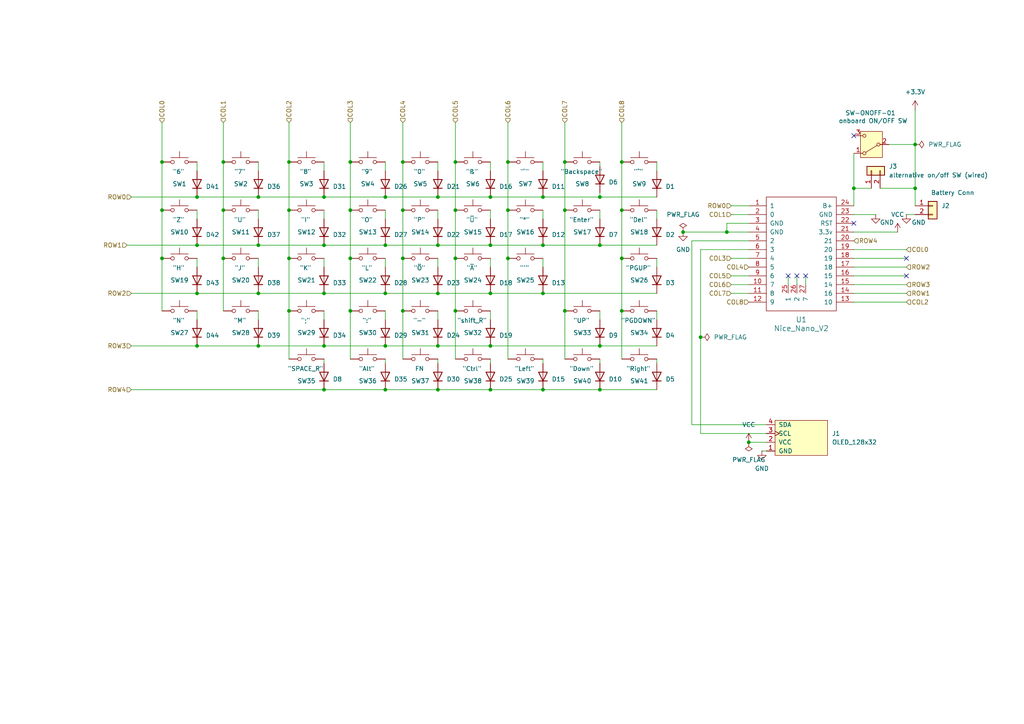
<source format=kicad_sch>
(kicad_sch (version 20231120) (generator "eeschema") (generator_version "8.0")
  (paper "A4")
  (lib_symbols
    (symbol "Connector_Generic:Conn_01x02" (pin_names (offset 1.016) hide)
      (property "Reference" "J" (at 0 2.54 0))
      (property "Value" "Conn_01x02" (at 0 -5.08 0))
      (symbol "Conn_01x02_1_1"
        (rectangle (start -1.27 -2.413) (end 0 -2.667) (stroke (width 0.1524)))
        (rectangle (start -1.27 0.127) (end 0 -0.127) (stroke (width 0.1524)))
        (rectangle (start -1.27 1.27) (end 1.27 -3.81) (stroke (width 0.254)) (fill (type background)))
        (pin passive line (at -5.08 0 0) (length 3.81) (name "Pin_1") (number "1"))
        (pin passive line (at -5.08 -2.54 0) (length 3.81) (name "Pin_2") (number "2"))
      )
    )
    (symbol "Device:D" (pin_numbers hide) (pin_names (offset 1.016) hide)
      (property "Reference" "D" (at 0 2.54 0))
      (property "Value" "D" (at 0 -2.54 0))
      (symbol "D_0_1"
        (polyline (pts (xy -1.27 1.27) (xy -1.27 -1.27)) (stroke (width 0.254)))
        (polyline (pts (xy 1.27 0) (xy -1.27 0)))
        (polyline (pts (xy 1.27 1.27) (xy 1.27 -1.27) (xy -1.27 0) (xy 1.27 1.27)) (stroke (width 0.254)))
      )
      (symbol "D_1_1"
        (pin passive line (at -3.81 0 0) (length 2.54) (name "K") (number "1"))
        (pin passive line (at 3.81 0 180) (length 2.54) (name "A") (number "2"))
      )
    )
    (symbol "ScottoKeebs:MCU_Nice_Nano_V2" (pin_names (offset 1.016))
      (property "Reference" "U" (at 0 0 0))
      (property "Value" "Nice_Nano_V2" (at 0 -19.05 0))
      (symbol "MCU_Nice_Nano_V2_0_1"
        (rectangle (start -10.16 16.51) (end 10.16 -16.51))
      )
      (symbol "MCU_Nice_Nano_V2_1_1"
        (pin input line (at -15.24 13.97 0) (length 5.08) (name "1") (number "1"))
        (pin input line (at -15.24 -8.89 0) (length 5.08) (name "7") (number "10"))
        (pin input line (at -15.24 -11.43 0) (length 5.08) (name "8") (number "11"))
        (pin input line (at -15.24 -13.97 0) (length 5.08) (name "9") (number "12"))
        (pin input line (at 15.24 -13.97 180) (length 5.08) (name "10") (number "13"))
        (pin input line (at 15.24 -11.43 180) (length 5.08) (name "16") (number "14"))
        (pin input line (at 15.24 -8.89 180) (length 5.08) (name "14") (number "15"))
        (pin input line (at 15.24 -6.35 180) (length 5.08) (name "15") (number "16"))
        (pin input line (at 15.24 -3.81 180) (length 5.08) (name "18") (number "17"))
        (pin input line (at 15.24 -1.27 180) (length 5.08) (name "19") (number "18"))
        (pin input line (at 15.24 1.27 180) (length 5.08) (name "20") (number "19"))
        (pin input line (at -15.24 11.43 0) (length 5.08) (name "0") (number "2"))
        (pin input line (at 15.24 3.81 180) (length 5.08) (name "21") (number "20"))
        (pin input line (at 15.24 6.35 180) (length 5.08) (name "3.3v") (number "21"))
        (pin input line (at 15.24 8.89 180) (length 5.08) (name "RST") (number "22"))
        (pin input line (at 15.24 11.43 180) (length 5.08) (name "GND") (number "23"))
        (pin input line (at 15.24 13.97 180) (length 5.08) (name "B+") (number "24"))
        (pin input line (at -3.81 -8.89 270) (length 2.5) (name "1") (number "25"))
        (pin input line (at -1.27 -8.89 270) (length 2.5) (name "2") (number "26"))
        (pin input line (at 1.27 -8.89 270) (length 2.5) (name "7") (number "27"))
        (pin input line (at -15.24 8.89 0) (length 5.08) (name "GND") (number "3"))
        (pin input line (at -15.24 6.35 0) (length 5.08) (name "GND") (number "4"))
        (pin input line (at -15.24 3.81 0) (length 5.08) (name "2") (number "5"))
        (pin input line (at -15.24 1.27 0) (length 5.08) (name "3") (number "6"))
        (pin input line (at -15.24 -1.27 0) (length 5.08) (name "4") (number "7"))
        (pin input line (at -15.24 -3.81 0) (length 5.08) (name "5") (number "8"))
        (pin input line (at -15.24 -6.35 0) (length 5.08) (name "6") (number "9"))
      )
    )
    (symbol "ScottoKeebs:OLED_128x32" (pin_names (offset 1.016))
      (property "Reference" "J" (at 0 -6.35 0))
      (property "Value" "OLED_128x32" (at 0 6.35 0))
      (symbol "OLED_128x32_0_1"
        (rectangle (start 0 5.08) (end 15.24 -5.08) (fill (type background)))
      )
      (symbol "OLED_128x32_1_1"
        (pin power_in line (at -2.54 -3.81 0) (length 2.54) (name "GND") (number "1"))
        (pin power_in line (at -2.54 -1.27 0) (length 2.54) (name "VCC") (number "2"))
        (pin input clock (at -2.54 1.27 0) (length 2.54) (name "SCL") (number "3"))
        (pin bidirectional line (at -2.54 3.81 0) (length 2.54) (name "SDA") (number "4"))
      )
    )
    (symbol "Switch:SW_Push" (pin_numbers hide) (pin_names (offset 1.016) hide)
      (property "Reference" "SW" (at 1.27 2.54 0))
      (property "Value" "SW_Push" (at 0 -1.524 0))
      (symbol "SW_Push_0_1"
        (circle (center -2.032 0) (radius 0.508))
        (polyline (pts (xy 0 1.27) (xy 0 3.048)))
        (polyline (pts (xy 2.54 1.27) (xy -2.54 1.27)))
        (circle (center 2.032 0) (radius 0.508))
        (pin passive line (at -5.08 0 0) (length 2.54) (name "1") (number "1"))
        (pin passive line (at 5.08 0 180) (length 2.54) (name "2") (number "2"))
      )
    )
    (symbol "Switch:SW_SPDT" (pin_names (offset 0) hide)
      (property "Reference" "SW" (at 0 5.08 0))
      (property "Value" "SW_SPDT" (at 0 -5.08 0))
      (symbol "SW_SPDT_0_1"
        (circle (center -2.032 0) (radius 0.4572))
        (polyline (pts (xy -1.651 0.254) (xy 1.651 2.286)))
        (circle (center 2.032 -2.54) (radius 0.4572))
        (circle (center 2.032 2.54) (radius 0.4572))
      )
      (symbol "SW_SPDT_1_1"
        (rectangle (start -3.175 3.81) (end 3.175 -3.81) (fill (type background)))
        (pin passive line (at 5.08 2.54 180) (length 2.54) (name "A") (number "1"))
        (pin passive line (at -5.08 0 0) (length 2.54) (name "B") (number "2"))
        (pin passive line (at 5.08 -2.54 180) (length 2.54) (name "C") (number "3"))
      )
    )
    (symbol "power:+3.3V" (power) (pin_numbers hide) (pin_names (offset 0) hide)
      (property "Value" "+3.3V" (at 0 3.556 0))
      (symbol "+3.3V_0_1"
        (polyline (pts (xy -0.762 1.27) (xy 0 2.54)))
        (polyline (pts (xy 0 0) (xy 0 2.54)))
        (polyline (pts (xy 0 2.54) (xy 0.762 1.27)))
      )
      (symbol "+3.3V_1_1"
        (pin power_in line (at 0 0 90) (length 0) (name "~") (number "1"))
      )
    )
    (symbol "power:GND" (power) (pin_numbers hide) (pin_names (offset 0) hide)
      (property "Value" "GND" (at 0 -3.81 0))
      (symbol "GND_0_1"
        (polyline (pts (xy 0 0) (xy 0 -1.27) (xy 1.27 -1.27) (xy 0 -2.54) (xy -1.27 -1.27) (xy 0 -1.27)))
      )
      (symbol "GND_1_1"
        (pin power_in line (at 0 0 270) (length 0) (name "~") (number "1"))
      )
    )
    (symbol "power:PWR_FLAG" (power) (pin_numbers hide) (pin_names (offset 0) hide)
      (property "Value" "PWR_FLAG" (at 0 3.81 0))
      (symbol "PWR_FLAG_0_0"
        (pin power_out line (at 0 0 90) (length 0) (name "~") (number "1"))
      )
      (symbol "PWR_FLAG_0_1"
        (polyline (pts (xy 0 0) (xy 0 1.27) (xy -1.016 1.905) (xy 0 2.54) (xy 1.016 1.905) (xy 0 1.27)))
      )
    )
    (symbol "power:VCC" (power) (pin_numbers hide) (pin_names (offset 0) hide)
      (property "Value" "VCC" (at 0 3.556 0))
      (symbol "VCC_0_1"
        (polyline (pts (xy -0.762 1.27) (xy 0 2.54)))
        (polyline (pts (xy 0 0) (xy 0 2.54)))
        (polyline (pts (xy 0 2.54) (xy 0.762 1.27)))
      )
      (symbol "VCC_1_1"
        (pin power_in line (at 0 0 90) (length 0) (name "~") (number "1"))
      )
    )
  )
  (junction (at 173.99 71.12))
  (junction (at 180.34 90.17))
  (junction (at 83.82 90.17))
  (junction (at 116.84 90.17))
  (junction (at 101.6 60.96))
  (junction (at 83.82 46.99))
  (junction (at 173.99 57.15))
  (junction (at 173.99 113.03))
  (junction (at 265.43 41.91))
  (junction (at 74.93 85.09))
  (junction (at 101.6 74.93))
  (junction (at 127 113.03))
  (junction (at 132.08 74.93))
  (junction (at 101.6 90.17))
  (junction (at 93.98 57.15))
  (junction (at 46.99 46.99))
  (junction (at 116.84 74.93))
  (junction (at 111.76 113.03))
  (junction (at 157.48 85.09))
  (junction (at 247.65 54.61))
  (junction (at 147.32 60.96))
  (junction (at 57.15 100.33))
  (junction (at 142.24 100.33))
  (junction (at 163.83 90.17))
  (junction (at 93.98 85.09))
  (junction (at 116.84 46.99))
  (junction (at 163.83 46.99))
  (junction (at 46.99 60.96))
  (junction (at 57.15 57.15))
  (junction (at 142.24 57.15))
  (junction (at 64.77 46.99))
  (junction (at 180.34 74.93))
  (junction (at 203.2 97.79))
  (junction (at 64.77 60.96))
  (junction (at 163.83 60.96))
  (junction (at 142.24 113.03))
  (junction (at 210.82 67.31))
  (junction (at 180.34 60.96))
  (junction (at 127 100.33))
  (junction (at 198.12 67.31))
  (junction (at 132.08 60.96))
  (junction (at 127 57.15))
  (junction (at 173.99 100.33))
  (junction (at 132.08 46.99))
  (junction (at 83.82 74.93))
  (junction (at 74.93 57.15))
  (junction (at 157.48 71.12))
  (junction (at 46.99 74.93))
  (junction (at 116.84 60.96))
  (junction (at 57.15 71.12))
  (junction (at 142.24 85.09))
  (junction (at 147.32 46.99))
  (junction (at 83.82 60.96))
  (junction (at 142.24 71.12))
  (junction (at 111.76 100.33))
  (junction (at 147.32 74.93))
  (junction (at 111.76 57.15))
  (junction (at 127 71.12))
  (junction (at 57.15 85.09))
  (junction (at 74.93 100.33))
  (junction (at 157.48 57.15))
  (junction (at 132.08 90.17))
  (junction (at 265.43 54.61))
  (junction (at 180.34 46.99))
  (junction (at 217.17 128.27))
  (junction (at 93.98 113.03))
  (junction (at 93.98 100.33))
  (junction (at 127 85.09))
  (junction (at 111.76 71.12))
  (junction (at 157.48 113.03))
  (junction (at 101.6 46.99))
  (junction (at 111.76 85.09))
  (junction (at 74.93 71.12))
  (junction (at 93.98 71.12))
  (junction (at 64.77 74.93))
  (no_connect (at 262.89 80.01))
  (no_connect (at 231.14 80.01))
  (no_connect (at 262.89 74.93))
  (no_connect (at 247.65 39.37))
  (no_connect (at 233.68 80.01))
  (no_connect (at 228.6 80.01))
  (no_connect (at 247.65 64.77))
  (wire (pts (xy 247.65 59.69) (xy 247.65 54.61)))
  (wire (pts (xy 203.2 125.73) (xy 203.2 97.79)))
  (wire (pts (xy 38.1 113.03) (xy 93.98 113.03)))
  (wire (pts (xy 127 74.93) (xy 127 77.47)))
  (wire (pts (xy 200.66 69.85) (xy 217.17 69.85)))
  (wire (pts (xy 247.65 82.55) (xy 262.89 82.55)))
  (wire (pts (xy 142.24 74.93) (xy 142.24 77.47)))
  (wire (pts (xy 46.99 60.96) (xy 46.99 74.93)))
  (wire (pts (xy 38.1 57.15) (xy 57.15 57.15)))
  (wire (pts (xy 116.84 90.17) (xy 116.84 104.14)))
  (wire (pts (xy 157.48 74.93) (xy 157.48 77.47)))
  (wire (pts (xy 190.5 60.96) (xy 190.5 63.5)))
  (wire (pts (xy 203.2 125.73) (xy 222.25 125.73)))
  (wire (pts (xy 247.65 77.47) (xy 262.89 77.47)))
  (wire (pts (xy 127 57.15) (xy 142.24 57.15)))
  (wire (pts (xy 101.6 60.96) (xy 101.6 74.93)))
  (wire (pts (xy 93.98 90.17) (xy 93.98 92.71)))
  (wire (pts (xy 57.15 90.17) (xy 57.15 92.71)))
  (wire (pts (xy 190.5 74.93) (xy 190.5 77.47)))
  (wire (pts (xy 247.65 67.31) (xy 260.35 67.31)))
  (wire (pts (xy 127 90.17) (xy 127 92.71)))
  (wire (pts (xy 111.76 113.03) (xy 127 113.03)))
  (wire (pts (xy 265.43 54.61) (xy 265.43 59.69)))
  (wire (pts (xy 132.08 60.96) (xy 132.08 74.93)))
  (wire (pts (xy 93.98 71.12) (xy 111.76 71.12)))
  (wire (pts (xy 93.98 113.03) (xy 111.76 113.03)))
  (wire (pts (xy 142.24 60.96) (xy 142.24 63.5)))
  (wire (pts (xy 190.5 104.14) (xy 190.5 105.41)))
  (wire (pts (xy 173.99 57.15) (xy 190.5 57.15)))
  (wire (pts (xy 46.99 74.93) (xy 46.99 90.17)))
  (wire (pts (xy 180.34 60.96) (xy 180.34 74.93)))
  (wire (pts (xy 116.84 60.96) (xy 116.84 74.93)))
  (wire (pts (xy 116.84 35.56) (xy 116.84 46.99)))
  (wire (pts (xy 210.82 64.77) (xy 210.82 67.31)))
  (wire (pts (xy 101.6 46.99) (xy 101.6 60.96)))
  (wire (pts (xy 142.24 100.33) (xy 173.99 100.33)))
  (wire (pts (xy 57.15 60.96) (xy 57.15 63.5)))
  (wire (pts (xy 157.48 113.03) (xy 173.99 113.03)))
  (wire (pts (xy 127 104.14) (xy 127 105.41)))
  (wire (pts (xy 142.24 57.15) (xy 157.48 57.15)))
  (wire (pts (xy 74.93 57.15) (xy 93.98 57.15)))
  (wire (pts (xy 111.76 71.12) (xy 127 71.12)))
  (wire (pts (xy 247.65 80.01) (xy 262.89 80.01)))
  (wire (pts (xy 212.09 85.09) (xy 217.17 85.09)))
  (wire (pts (xy 217.17 67.31) (xy 210.82 67.31)))
  (wire (pts (xy 163.83 35.56) (xy 163.83 46.99)))
  (wire (pts (xy 93.98 85.09) (xy 111.76 85.09)))
  (wire (pts (xy 173.99 60.96) (xy 173.99 63.5)))
  (wire (pts (xy 200.66 123.19) (xy 200.66 69.85)))
  (wire (pts (xy 173.99 113.03) (xy 190.5 113.03)))
  (wire (pts (xy 157.48 60.96) (xy 157.48 63.5)))
  (wire (pts (xy 127 113.03) (xy 142.24 113.03)))
  (wire (pts (xy 83.82 46.99) (xy 83.82 60.96)))
  (wire (pts (xy 111.76 85.09) (xy 127 85.09)))
  (wire (pts (xy 180.34 74.93) (xy 180.34 90.17)))
  (wire (pts (xy 101.6 74.93) (xy 101.6 90.17)))
  (wire (pts (xy 157.48 104.14) (xy 157.48 105.41)))
  (wire (pts (xy 93.98 100.33) (xy 74.93 100.33)))
  (wire (pts (xy 173.99 104.14) (xy 173.99 105.41)))
  (wire (pts (xy 247.65 72.39) (xy 262.89 72.39)))
  (wire (pts (xy 157.48 85.09) (xy 190.5 85.09)))
  (wire (pts (xy 157.48 71.12) (xy 173.99 71.12)))
  (wire (pts (xy 180.34 46.99) (xy 180.34 60.96)))
  (wire (pts (xy 74.93 46.99) (xy 74.93 49.53)))
  (wire (pts (xy 111.76 57.15) (xy 127 57.15)))
  (wire (pts (xy 64.77 46.99) (xy 64.77 60.96)))
  (wire (pts (xy 132.08 74.93) (xy 132.08 90.17)))
  (wire (pts (xy 101.6 35.56) (xy 101.6 46.99)))
  (wire (pts (xy 64.77 35.56) (xy 64.77 46.99)))
  (wire (pts (xy 255.27 54.61) (xy 265.43 54.61)))
  (wire (pts (xy 247.65 54.61) (xy 247.65 44.45)))
  (wire (pts (xy 116.84 46.99) (xy 116.84 60.96)))
  (wire (pts (xy 173.99 90.17) (xy 173.99 92.71)))
  (wire (pts (xy 57.15 100.33) (xy 38.1 100.33)))
  (wire (pts (xy 217.17 128.27) (xy 222.25 128.27)))
  (wire (pts (xy 116.84 74.93) (xy 116.84 90.17)))
  (wire (pts (xy 212.09 59.69) (xy 217.17 59.69)))
  (wire (pts (xy 93.98 57.15) (xy 111.76 57.15)))
  (wire (pts (xy 111.76 104.14) (xy 111.76 105.41)))
  (wire (pts (xy 111.76 100.33) (xy 93.98 100.33)))
  (wire (pts (xy 233.68 80.01) (xy 233.68 82.55)))
  (wire (pts (xy 222.25 123.19) (xy 200.66 123.19)))
  (wire (pts (xy 228.6 80.01) (xy 228.6 82.55)))
  (wire (pts (xy 46.99 35.56) (xy 46.99 46.99)))
  (wire (pts (xy 142.24 104.14) (xy 142.24 105.41)))
  (wire (pts (xy 46.99 46.99) (xy 46.99 60.96)))
  (wire (pts (xy 57.15 57.15) (xy 74.93 57.15)))
  (wire (pts (xy 142.24 85.09) (xy 157.48 85.09)))
  (wire (pts (xy 212.09 74.93) (xy 217.17 74.93)))
  (wire (pts (xy 132.08 90.17) (xy 132.08 104.14)))
  (wire (pts (xy 173.99 71.12) (xy 190.5 71.12)))
  (wire (pts (xy 83.82 74.93) (xy 83.82 90.17)))
  (wire (pts (xy 93.98 104.14) (xy 93.98 105.41)))
  (wire (pts (xy 127 100.33) (xy 111.76 100.33)))
  (wire (pts (xy 220.98 130.81) (xy 222.25 130.81)))
  (wire (pts (xy 127 60.96) (xy 127 63.5)))
  (wire (pts (xy 147.32 35.56) (xy 147.32 46.99)))
  (wire (pts (xy 180.34 35.56) (xy 180.34 46.99)))
  (wire (pts (xy 142.24 100.33) (xy 127 100.33)))
  (wire (pts (xy 247.65 74.93) (xy 262.89 74.93)))
  (wire (pts (xy 64.77 60.96) (xy 64.77 74.93)))
  (wire (pts (xy 203.2 97.79) (xy 203.2 72.39)))
  (wire (pts (xy 157.48 57.15) (xy 173.99 57.15)))
  (wire (pts (xy 190.5 46.99) (xy 190.5 49.53)))
  (wire (pts (xy 127 46.99) (xy 127 49.53)))
  (wire (pts (xy 93.98 60.96) (xy 93.98 63.5)))
  (wire (pts (xy 231.14 80.01) (xy 231.14 82.55)))
  (wire (pts (xy 74.93 60.96) (xy 74.93 63.5)))
  (wire (pts (xy 142.24 113.03) (xy 157.48 113.03)))
  (wire (pts (xy 132.08 35.56) (xy 132.08 46.99)))
  (wire (pts (xy 83.82 60.96) (xy 83.82 74.93)))
  (wire (pts (xy 142.24 46.99) (xy 142.24 49.53)))
  (wire (pts (xy 57.15 74.93) (xy 57.15 77.47)))
  (wire (pts (xy 74.93 90.17) (xy 74.93 92.71)))
  (wire (pts (xy 157.48 46.99) (xy 157.48 49.53)))
  (wire (pts (xy 180.34 90.17) (xy 180.34 104.14)))
  (wire (pts (xy 190.5 100.33) (xy 173.99 100.33)))
  (wire (pts (xy 203.2 72.39) (xy 217.17 72.39)))
  (wire (pts (xy 247.65 62.23) (xy 254 62.23)))
  (wire (pts (xy 142.24 90.17) (xy 142.24 92.71)))
  (wire (pts (xy 57.15 85.09) (xy 74.93 85.09)))
  (wire (pts (xy 262.89 62.23) (xy 265.43 62.23)))
  (wire (pts (xy 132.08 46.99) (xy 132.08 60.96)))
  (wire (pts (xy 74.93 85.09) (xy 93.98 85.09)))
  (wire (pts (xy 210.82 67.31) (xy 198.12 67.31)))
  (wire (pts (xy 111.76 90.17) (xy 111.76 92.71)))
  (wire (pts (xy 111.76 60.96) (xy 111.76 63.5)))
  (wire (pts (xy 265.43 41.91) (xy 257.81 41.91)))
  (wire (pts (xy 127 85.09) (xy 142.24 85.09)))
  (wire (pts (xy 142.24 71.12) (xy 157.48 71.12)))
  (wire (pts (xy 247.65 85.09) (xy 262.89 85.09)))
  (wire (pts (xy 217.17 64.77) (xy 210.82 64.77)))
  (wire (pts (xy 111.76 74.93) (xy 111.76 77.47)))
  (wire (pts (xy 147.32 60.96) (xy 147.32 74.93)))
  (wire (pts (xy 265.43 31.75) (xy 265.43 41.91)))
  (wire (pts (xy 111.76 46.99) (xy 111.76 49.53)))
  (wire (pts (xy 57.15 71.12) (xy 74.93 71.12)))
  (wire (pts (xy 212.09 82.55) (xy 217.17 82.55)))
  (wire (pts (xy 163.83 90.17) (xy 163.83 104.14)))
  (wire (pts (xy 247.65 54.61) (xy 252.73 54.61)))
  (wire (pts (xy 83.82 90.17) (xy 83.82 104.14)))
  (wire (pts (xy 173.99 46.99) (xy 173.99 48.26)))
  (wire (pts (xy 190.5 90.17) (xy 190.5 92.71)))
  (wire (pts (xy 101.6 90.17) (xy 101.6 104.14)))
  (wire (pts (xy 127 71.12) (xy 142.24 71.12)))
  (wire (pts (xy 147.32 46.99) (xy 147.32 60.96)))
  (wire (pts (xy 147.32 74.93) (xy 147.32 104.14)))
  (wire (pts (xy 163.83 46.99) (xy 163.83 60.96)))
  (wire (pts (xy 247.65 87.63) (xy 262.89 87.63)))
  (wire (pts (xy 265.43 41.91) (xy 265.43 54.61)))
  (wire (pts (xy 212.09 80.01) (xy 217.17 80.01)))
  (wire (pts (xy 93.98 46.99) (xy 93.98 49.53)))
  (wire (pts (xy 83.82 35.56) (xy 83.82 46.99)))
  (wire (pts (xy 36.83 71.12) (xy 57.15 71.12)))
  (wire (pts (xy 212.09 62.23) (xy 217.17 62.23)))
  (wire (pts (xy 74.93 100.33) (xy 57.15 100.33)))
  (wire (pts (xy 93.98 74.93) (xy 93.98 77.47)))
  (wire (pts (xy 74.93 71.12) (xy 93.98 71.12)))
  (wire (pts (xy 38.1 85.09) (xy 57.15 85.09)))
  (wire (pts (xy 64.77 74.93) (xy 64.77 90.17)))
  (wire (pts (xy 74.93 74.93) (xy 74.93 77.47)))
  (wire (pts (xy 163.83 60.96) (xy 163.83 90.17)))
  (wire (pts (xy 57.15 46.99) (xy 57.15 49.53)))
  (wire (pts (xy 173.99 55.88) (xy 173.99 57.15)))
  (hierarchical_label "COL7" (shape input) (at 212.09 85.09 180))
  (hierarchical_label "COL6" (shape input) (at 147.32 35.56 90))
  (hierarchical_label "ROW2" (shape input) (at 38.1 85.09 180))
  (hierarchical_label "ROW0" (shape input) (at 38.1 57.15 180))
  (hierarchical_label "COL6" (shape input) (at 212.09 82.55 180))
  (hierarchical_label "ROW4" (shape input) (at 38.1 113.03 180))
  (hierarchical_label "ROW2" (shape input) (at 262.89 77.47 0))
  (hierarchical_label "COL8" (shape input) (at 180.34 35.56 90))
  (hierarchical_label "COL5" (shape input) (at 132.08 35.56 90))
  (hierarchical_label "COL2" (shape input) (at 262.89 87.63 0))
  (hierarchical_label "COL5" (shape input) (at 212.09 80.01 180))
  (hierarchical_label "COL8" (shape input) (at 217.17 87.63 180))
  (hierarchical_label "ROW1" (shape input) (at 262.89 85.09 0))
  (hierarchical_label "ROW3" (shape input) (at 38.1 100.33 180))
  (hierarchical_label "COL1" (shape input) (at 212.09 62.23 180))
  (hierarchical_label "COL0" (shape input) (at 46.99 35.56 90))
  (hierarchical_label "COL4" (shape input) (at 217.17 77.47 180))
  (hierarchical_label "COL3" (shape input) (at 212.09 74.93 180))
  (hierarchical_label "COL0" (shape input) (at 262.89 72.39 0))
  (hierarchical_label "ROW4" (shape input) (at 247.65 69.85 0))
  (hierarchical_label "ROW0" (shape input) (at 212.09 59.69 180))
  (hierarchical_label "COL7" (shape input) (at 163.83 35.56 90))
  (hierarchical_label "COL3" (shape input) (at 101.6 35.56 90))
  (hierarchical_label "ROW3" (shape input) (at 262.89 82.55 0))
  (hierarchical_label "COL4" (shape input) (at 116.84 35.56 90))
  (hierarchical_label "COL2" (shape input) (at 83.82 35.56 90))
  (hierarchical_label "COL1" (shape input) (at 64.77 35.56 90))
  (hierarchical_label "ROW1" (shape input) (at 36.83 71.12 180))
  (symbol (lib_id "Device:D") (at 127 67.31 90) (unit 1)
    (property "Reference" "D22" (at 129.54 68.072 90) (effects (justify right)))
    (property "Value" "D" (effects (hide yes)))
    (property "Footprint" "ScottoKeebs_Components:Diode_SOD-123" (effects (hide yes)))
    (property "Description" "Diode" (effects (hide yes)))
    (property "Sim.Device" "D" (effects (hide yes)))
    (property "Sim.Pins" "1=K 2=A" (effects (hide yes)))
  )
  (symbol (lib_id "Switch:SW_Push") (at 152.4 46.99 0) (unit 1)
    (property "Reference" "SW7" (at 152.4 53.34 0))
    (property "Value" "\"`\"" (at 152.146 49.784 0))
    (property "Footprint" "MX_Hotswap:MX-Hotswap-1U" (effects (hide yes)))
    (property "Description" "Push button switch, generic, two pins" (effects (hide yes)))
  )
  (symbol (lib_id "Device:D") (at 93.98 53.34 90) (unit 1)
    (property "Reference" "D31" (at 96.52 54.102 90) (effects (justify right)))
    (property "Value" "D" (effects (hide yes)))
    (property "Footprint" "ScottoKeebs_Components:Diode_SOD-123" (effects (hide yes)))
    (property "Description" "Diode" (effects (hide yes)))
    (property "Sim.Device" "D" (effects (hide yes)))
    (property "Sim.Pins" "1=K 2=A" (effects (hide yes)))
  )
  (symbol (lib_id "power:GND") (at 220.98 130.81 0) (unit 1)
    (property "Reference" "#PWR02" (effects (hide yes)))
    (property "Value" "GND" (at 220.98 135.89 0))
    (property "Description" "Power symbol creates a global label with name \"GND\" , ground" (effects (hide yes)))
  )
  (symbol (lib_id "Device:D") (at 74.93 96.52 90) (unit 1)
    (property "Reference" "D39" (at 77.47 97.282 90) (effects (justify right)))
    (property "Value" "D" (effects (hide yes)))
    (property "Footprint" "ScottoKeebs_Components:Diode_SOD-123" (effects (hide yes)))
    (property "Description" "Diode" (effects (hide yes)))
    (property "Sim.Device" "D" (effects (hide yes)))
    (property "Sim.Pins" "1=K 2=A" (effects (hide yes)))
  )
  (symbol (lib_id "Switch:SW_Push") (at 88.9 90.17 0) (unit 1)
    (property "Reference" "SW29" (at 88.9 96.52 0))
    (property "Value" "\";\"" (at 88.646 92.964 0))
    (property "Footprint" "MX_Hotswap:MX-Hotswap-1U" (effects (hide yes)))
    (property "Description" "Push button switch, generic, two pins" (effects (hide yes)))
  )
  (symbol (lib_id "Switch:SW_Push") (at 168.91 90.17 0) (unit 1)
    (property "Reference" "SW33" (at 168.91 96.52 0))
    (property "Value" "\"UP\"" (at 168.656 92.964 0))
    (property "Footprint" "MX_Hotswap:MX-Hotswap-1U" (effects (hide yes)))
    (property "Description" "Push button switch, generic, two pins" (effects (hide yes)))
  )
  (symbol (lib_id "Switch:SW_Push") (at 168.91 60.96 0) (unit 1)
    (property "Reference" "SW17" (at 168.91 67.31 0))
    (property "Value" "\"Enter\"" (at 168.656 63.754 0))
    (property "Footprint" "MX_Hotswap:MX-Hotswap-ISO" (effects (hide yes)))
    (property "Description" "Push button switch, generic, two pins" (effects (hide yes)))
  )
  (symbol (lib_id "power:PWR_FLAG") (at 203.2 97.79 270) (unit 1)
    (property "Reference" "#FLG04" (effects (hide yes)))
    (property "Value" "PWR_FLAG" (at 207.01 97.7899 90) (effects (justify left)))
    (property "Description" "Special symbol for telling ERC where power comes from" (effects (hide yes)))
  )
  (symbol (lib_id "Device:D") (at 111.76 96.52 90) (unit 1)
    (property "Reference" "D29" (at 114.3 97.282 90) (effects (justify right)))
    (property "Value" "D" (effects (hide yes)))
    (property "Footprint" "ScottoKeebs_Components:Diode_SOD-123" (effects (hide yes)))
    (property "Description" "Diode" (effects (hide yes)))
    (property "Sim.Device" "D" (effects (hide yes)))
    (property "Sim.Pins" "1=K 2=A" (effects (hide yes)))
  )
  (symbol (lib_id "Device:D") (at 190.5 109.22 90) (unit 1)
    (property "Reference" "D5" (at 193.04 109.982 90) (effects (justify right)))
    (property "Value" "D" (effects (hide yes)))
    (property "Footprint" "ScottoKeebs_Components:Diode_SOD-123" (effects (hide yes)))
    (property "Description" "Diode" (effects (hide yes)))
    (property "Sim.Device" "D" (effects (hide yes)))
    (property "Sim.Pins" "1=K 2=A" (effects (hide yes)))
  )
  (symbol (lib_id "power:PWR_FLAG") (at 265.43 41.91 270) (unit 1)
    (property "Reference" "#FLG01" (effects (hide yes)))
    (property "Value" "PWR_FLAG" (at 269.24 41.9099 90) (effects (justify left)))
    (property "Description" "Special symbol for telling ERC where power comes from" (effects (hide yes)))
  )
  (symbol (lib_id "Switch:SW_Push") (at 137.16 74.93 0) (unit 1)
    (property "Reference" "SW24" (at 137.16 81.28 0))
    (property "Value" "\"Ä\"" (at 136.906 77.724 0))
    (property "Footprint" "MX_Hotswap:MX-Hotswap-1U" (effects (hide yes)))
    (property "Description" "Push button switch, generic, two pins" (effects (hide yes)))
  )
  (symbol (lib_id "Switch:SW_Push") (at 106.68 104.14 0) (unit 1)
    (property "Reference" "SW36" (at 106.68 110.49 0))
    (property "Value" "\"Alt\"" (at 106.426 106.934 0))
    (property "Footprint" "MX_Hotswap:MX-Hotswap-1U" (effects (hide yes)))
    (property "Description" "Push button switch, generic, two pins" (effects (hide yes)))
  )
  (symbol (lib_id "Device:D") (at 190.5 96.52 90) (unit 1)
    (property "Reference" "D4" (at 193.04 97.282 90) (effects (justify right)))
    (property "Value" "D" (effects (hide yes)))
    (property "Footprint" "ScottoKeebs_Components:Diode_SOD-123" (effects (hide yes)))
    (property "Description" "Diode" (effects (hide yes)))
    (property "Sim.Device" "D" (effects (hide yes)))
    (property "Sim.Pins" "1=K 2=A" (effects (hide yes)))
  )
  (symbol (lib_id "Device:D") (at 93.98 96.52 90) (unit 1)
    (property "Reference" "D34" (at 96.52 97.282 90) (effects (justify right)))
    (property "Value" "D" (effects (hide yes)))
    (property "Footprint" "ScottoKeebs_Components:Diode_SOD-123" (effects (hide yes)))
    (property "Description" "Diode" (effects (hide yes)))
    (property "Sim.Device" "D" (effects (hide yes)))
    (property "Sim.Pins" "1=K 2=A" (effects (hide yes)))
  )
  (symbol (lib_id "Switch:SW_Push") (at 69.85 46.99 0) (unit 1)
    (property "Reference" "SW2" (at 69.85 53.34 0))
    (property "Value" "\"7\"" (at 69.596 49.784 0))
    (property "Footprint" "MX_Hotswap:MX-Hotswap-1U" (effects (hide yes)))
    (property "Description" "Push button switch, generic, two pins" (effects (hide yes)))
  )
  (symbol (lib_id "Switch:SW_Push") (at 185.42 60.96 0) (unit 1)
    (property "Reference" "SW18" (at 185.42 67.31 0))
    (property "Value" "\"Del\"" (at 185.166 63.754 0))
    (property "Footprint" "MX_Hotswap:MX-Hotswap-1U" (effects (hide yes)))
    (property "Description" "Push button switch, generic, two pins" (effects (hide yes)))
  )
  (symbol (lib_id "power:VCC") (at 260.35 67.31 0) (unit 1)
    (property "Reference" "#PWR07" (effects (hide yes)))
    (property "Value" "VCC" (at 260.35 62.23 0))
    (property "Description" "Power symbol creates a global label with name \"VCC\"" (effects (hide yes)))
  )
  (symbol (lib_id "Switch:SW_Push") (at 121.92 104.14 0) (unit 1)
    (property "Reference" "SW37" (at 121.92 110.49 0))
    (property "Value" "FN" (at 121.666 106.934 0))
    (property "Footprint" "MX_Hotswap:MX-Hotswap-1U" (effects (hide yes)))
    (property "Description" "Push button switch, generic, two pins" (effects (hide yes)))
  )
  (symbol (lib_id "Switch:SW_Push") (at 106.68 60.96 0) (unit 1)
    (property "Reference" "SW13" (at 106.68 67.31 0))
    (property "Value" "\"O\"" (at 106.426 63.754 0))
    (property "Footprint" "MX_Hotswap:MX-Hotswap-1U" (effects (hide yes)))
    (property "Description" "Push button switch, generic, two pins" (effects (hide yes)))
  )
  (symbol (lib_id "Device:D") (at 74.93 67.31 90) (unit 1)
    (property "Reference" "D37" (at 77.47 68.072 90) (effects (justify right)))
    (property "Value" "D" (effects (hide yes)))
    (property "Footprint" "ScottoKeebs_Components:Diode_SOD-123" (effects (hide yes)))
    (property "Description" "Diode" (effects (hide yes)))
    (property "Sim.Device" "D" (effects (hide yes)))
    (property "Sim.Pins" "1=K 2=A" (effects (hide yes)))
  )
  (symbol (lib_id "Device:D") (at 57.15 96.52 90) (unit 1)
    (property "Reference" "D44" (at 59.69 97.282 90) (effects (justify right)))
    (property "Value" "D" (effects (hide yes)))
    (property "Footprint" "ScottoKeebs_Components:Diode_SOD-123" (effects (hide yes)))
    (property "Description" "Diode" (effects (hide yes)))
    (property "Sim.Device" "D" (effects (hide yes)))
    (property "Sim.Pins" "1=K 2=A" (effects (hide yes)))
  )
  (symbol (lib_id "Device:D") (at 57.15 67.31 90) (unit 1)
    (property "Reference" "D42" (at 59.69 68.072 90) (effects (justify right)))
    (property "Value" "D" (effects (hide yes)))
    (property "Footprint" "ScottoKeebs_Components:Diode_SOD-123" (effects (hide yes)))
    (property "Description" "Diode" (effects (hide yes)))
    (property "Sim.Device" "D" (effects (hide yes)))
    (property "Sim.Pins" "1=K 2=A" (effects (hide yes)))
  )
  (symbol (lib_id "Device:D") (at 111.76 67.31 90) (unit 1)
    (property "Reference" "D27" (at 114.3 68.072 90) (effects (justify right)))
    (property "Value" "D" (effects (hide yes)))
    (property "Footprint" "ScottoKeebs_Components:Diode_SOD-123" (effects (hide yes)))
    (property "Description" "Diode" (effects (hide yes)))
    (property "Sim.Device" "D" (effects (hide yes)))
    (property "Sim.Pins" "1=K 2=A" (effects (hide yes)))
  )
  (symbol (lib_id "Device:D") (at 127 96.52 90) (unit 1)
    (property "Reference" "D24" (at 129.54 97.282 90) (effects (justify right)))
    (property "Value" "D" (effects (hide yes)))
    (property "Footprint" "ScottoKeebs_Components:Diode_SOD-123" (effects (hide yes)))
    (property "Description" "Diode" (effects (hide yes)))
    (property "Sim.Device" "D" (effects (hide yes)))
    (property "Sim.Pins" "1=K 2=A" (effects (hide yes)))
  )
  (symbol (lib_id "Switch:SW_Push") (at 88.9 60.96 0) (unit 1)
    (property "Reference" "SW12" (at 88.9 67.31 0))
    (property "Value" "\"I\"" (at 88.646 63.754 0))
    (property "Footprint" "MX_Hotswap:MX-Hotswap-1U" (effects (hide yes)))
    (property "Description" "Push button switch, generic, two pins" (effects (hide yes)))
  )
  (symbol (lib_id "Switch:SW_Push") (at 69.85 60.96 0) (unit 1)
    (property "Reference" "SW11" (at 69.85 67.31 0))
    (property "Value" "\"U\"" (at 69.596 63.754 0))
    (property "Footprint" "MX_Hotswap:MX-Hotswap-1U" (effects (hide yes)))
    (property "Description" "Push button switch, generic, two pins" (effects (hide yes)))
  )
  (symbol (lib_id "Device:D") (at 111.76 53.34 90) (unit 1)
    (property "Reference" "D26" (at 114.3 54.102 90) (effects (justify right)))
    (property "Value" "D" (effects (hide yes)))
    (property "Footprint" "ScottoKeebs_Components:Diode_SOD-123" (effects (hide yes)))
    (property "Description" "Diode" (effects (hide yes)))
    (property "Sim.Device" "D" (effects (hide yes)))
    (property "Sim.Pins" "1=K 2=A" (effects (hide yes)))
  )
  (symbol (lib_id "Connector_Generic:Conn_01x02") (at 270.51 59.69 0) (unit 1)
    (property "Reference" "J2" (at 273.05 59.6899 0) (effects (justify left)))
    (property "Value" "Battery Conn" (at 270.002 55.88 0) (effects (justify left)))
    (property "Footprint" "Connector_JST:JST_PH_S2B-PH-K_1x02_P2.00mm_Horizontal" (effects (hide yes)))
    (property "Description" "Generic connector, single row, 01x02, script generated (kicad-library-utils/schlib/autogen/connector/)" (effects (hide yes)))
  )
  (symbol (lib_id "Connector_Generic:Conn_01x02") (at 252.73 49.53 90) (unit 1)
    (property "Reference" "J3" (at 257.81 48.2599 90) (effects (justify right)))
    (property "Value" "alternative on/off SW (wired)" (at 257.81 50.7999 90) (effects (justify right)))
    (property "Footprint" "Connector_PinHeader_2.54mm:PinHeader_1x02_P2.54mm_Vertical" (effects (hide yes)))
    (property "Description" "Generic connector, single row, 01x02, script generated (kicad-library-utils/schlib/autogen/connector/)" (effects (hide yes)))
  )
  (symbol (lib_id "Device:D") (at 173.99 52.07 90) (unit 1)
    (property "Reference" "D6" (at 176.53 52.832 90) (effects (justify right)))
    (property "Value" "D" (effects (hide yes)))
    (property "Footprint" "ScottoKeebs_Components:Diode_SOD-123" (effects (hide yes)))
    (property "Description" "Diode" (effects (hide yes)))
    (property "Sim.Device" "D" (effects (hide yes)))
    (property "Sim.Pins" "1=K 2=A" (effects (hide yes)))
  )
  (symbol (lib_id "Device:D") (at 142.24 96.52 90) (unit 1)
    (property "Reference" "D19" (at 144.78 97.282 90) (effects (justify right)))
    (property "Value" "D" (effects (hide yes)))
    (property "Footprint" "ScottoKeebs_Components:Diode_SOD-123" (effects (hide yes)))
    (property "Description" "Diode" (effects (hide yes)))
    (property "Sim.Device" "D" (effects (hide yes)))
    (property "Sim.Pins" "1=K 2=A" (effects (hide yes)))
  )
  (symbol (lib_id "Switch:SW_Push") (at 137.16 90.17 0) (unit 1)
    (property "Reference" "SW32" (at 137.16 96.52 0))
    (property "Value" "\"shift_R\"" (at 136.906 92.964 0))
    (property "Footprint" "MX_Hotswap:MX-Hotswap-1.75U" (effects (hide yes)))
    (property "Description" "Push button switch, generic, two pins" (effects (hide yes)))
  )
  (symbol (lib_id "Device:D") (at 142.24 81.28 90) (unit 1)
    (property "Reference" "D18" (at 144.78 82.042 90) (effects (justify right)))
    (property "Value" "D" (effects (hide yes)))
    (property "Footprint" "ScottoKeebs_Components:Diode_SOD-123" (effects (hide yes)))
    (property "Description" "Diode" (effects (hide yes)))
    (property "Sim.Device" "D" (effects (hide yes)))
    (property "Sim.Pins" "1=K 2=A" (effects (hide yes)))
  )
  (symbol (lib_id "Switch:SW_Push") (at 121.92 74.93 0) (unit 1)
    (property "Reference" "SW23" (at 121.92 81.28 0))
    (property "Value" "\"Ö\"" (at 121.666 77.724 0))
    (property "Footprint" "MX_Hotswap:MX-Hotswap-1U" (effects (hide yes)))
    (property "Description" "Push button switch, generic, two pins" (effects (hide yes)))
  )
  (symbol (lib_id "Device:D") (at 173.99 96.52 90) (unit 1)
    (property "Reference" "D9" (at 176.53 97.282 90) (effects (justify right)))
    (property "Value" "D" (effects (hide yes)))
    (property "Footprint" "ScottoKeebs_Components:Diode_SOD-123" (effects (hide yes)))
    (property "Description" "Diode" (effects (hide yes)))
    (property "Sim.Device" "D" (effects (hide yes)))
    (property "Sim.Pins" "1=K 2=A" (effects (hide yes)))
  )
  (symbol (lib_id "Device:D") (at 142.24 53.34 90) (unit 1)
    (property "Reference" "D16" (at 144.78 54.102 90) (effects (justify right)))
    (property "Value" "D" (effects (hide yes)))
    (property "Footprint" "ScottoKeebs_Components:Diode_SOD-123" (effects (hide yes)))
    (property "Description" "Diode" (effects (hide yes)))
    (property "Sim.Device" "D" (effects (hide yes)))
    (property "Sim.Pins" "1=K 2=A" (effects (hide yes)))
  )
  (symbol (lib_id "Switch:SW_Push") (at 185.42 90.17 0) (unit 1)
    (property "Reference" "SW34" (at 185.42 96.52 0))
    (property "Value" "\"PGDOWN\"" (at 185.166 92.964 0))
    (property "Footprint" "MX_Hotswap:MX-Hotswap-1U" (effects (hide yes)))
    (property "Description" "Push button switch, generic, two pins" (effects (hide yes)))
  )
  (symbol (lib_id "Switch:SW_Push") (at 106.68 90.17 0) (unit 1)
    (property "Reference" "SW30" (at 106.68 96.52 0))
    (property "Value" "\":\"" (at 106.426 92.964 0))
    (property "Footprint" "MX_Hotswap:MX-Hotswap-1U" (effects (hide yes)))
    (property "Description" "Push button switch, generic, two pins" (effects (hide yes)))
  )
  (symbol (lib_id "power:GND") (at 262.89 62.23 0) (unit 1)
    (property "Reference" "#PWR05" (effects (hide yes)))
    (property "Value" "GND" (at 266.446 64.516 0))
    (property "Description" "Power symbol creates a global label with name \"GND\" , ground" (effects (hide yes)))
  )
  (symbol (lib_id "Device:D") (at 74.93 53.34 90) (unit 1)
    (property "Reference" "D36" (at 77.47 54.102 90) (effects (justify right)))
    (property "Value" "D" (effects (hide yes)))
    (property "Footprint" "ScottoKeebs_Components:Diode_SOD-123" (effects (hide yes)))
    (property "Description" "Diode" (effects (hide yes)))
    (property "Sim.Device" "D" (effects (hide yes)))
    (property "Sim.Pins" "1=K 2=A" (effects (hide yes)))
  )
  (symbol (lib_id "Switch:SW_SPDT") (at 252.73 41.91 180) (unit 1)
    (property "Reference" "SW-ONOFF-01" (at 252.476 32.766 0))
    (property "Value" "onboard ON/OFF SW" (at 253.238 35.052 0))
    (property "Footprint" "ScottoKeebs_Components:Switch_MSK12C02" (effects (hide yes)))
    (property "Description" "Switch, single pole double throw" (effects (hide yes)))
  )
  (symbol (lib_id "power:GND") (at 254 62.23 0) (unit 1)
    (property "Reference" "#PWR04" (effects (hide yes)))
    (property "Value" "GND" (at 257.2587 64.516 0))
    (property "Description" "Power symbol creates a global label with name \"GND\" , ground" (effects (hide yes)))
  )
  (symbol (lib_id "Device:D") (at 111.76 109.22 90) (unit 1)
    (property "Reference" "D35" (at 114.3 109.982 90) (effects (justify right)))
    (property "Value" "D" (effects (hide yes)))
    (property "Footprint" "ScottoKeebs_Components:Diode_SOD-123" (effects (hide yes)))
    (property "Description" "Diode" (effects (hide yes)))
    (property "Sim.Device" "D" (effects (hide yes)))
    (property "Sim.Pins" "1=K 2=A" (effects (hide yes)))
  )
  (symbol (lib_id "Switch:SW_Push") (at 168.91 104.14 0) (unit 1)
    (property "Reference" "SW40" (at 168.91 110.49 0))
    (property "Value" "\"Down\"" (at 168.656 106.934 0))
    (property "Footprint" "MX_Hotswap:MX-Hotswap-1U" (effects (hide yes)))
    (property "Description" "Push button switch, generic, two pins" (effects (hide yes)))
  )
  (symbol (lib_id "Device:D") (at 190.5 67.31 90) (unit 1)
    (property "Reference" "D2" (at 193.04 68.072 90) (effects (justify right)))
    (property "Value" "D" (effects (hide yes)))
    (property "Footprint" "ScottoKeebs_Components:Diode_SOD-123" (effects (hide yes)))
    (property "Description" "Diode" (effects (hide yes)))
    (property "Sim.Device" "D" (effects (hide yes)))
    (property "Sim.Pins" "1=K 2=A" (effects (hide yes)))
  )
  (symbol (lib_id "Switch:SW_Push") (at 137.16 104.14 0) (unit 1)
    (property "Reference" "SW38" (at 137.16 110.49 0))
    (property "Value" "\"Ctrl\"" (at 136.906 106.934 0))
    (property "Footprint" "MX_Hotswap:MX-Hotswap-1U" (effects (hide yes)))
    (property "Description" "Push button switch, generic, two pins" (effects (hide yes)))
  )
  (symbol (lib_id "Device:D") (at 157.48 67.31 90) (unit 1)
    (property "Reference" "D12" (at 160.02 68.072 90) (effects (justify right)))
    (property "Value" "D" (effects (hide yes)))
    (property "Footprint" "ScottoKeebs_Components:Diode_SOD-123" (effects (hide yes)))
    (property "Description" "Diode" (effects (hide yes)))
    (property "Sim.Device" "D" (effects (hide yes)))
    (property "Sim.Pins" "1=K 2=A" (effects (hide yes)))
  )
  (symbol (lib_id "Switch:SW_Push") (at 88.9 74.93 0) (unit 1)
    (property "Reference" "SW21" (at 88.9 81.28 0))
    (property "Value" "\"K\"" (at 88.646 77.724 0))
    (property "Footprint" "MX_Hotswap:MX-Hotswap-1U" (effects (hide yes)))
    (property "Description" "Push button switch, generic, two pins" (effects (hide yes)))
  )
  (symbol (lib_id "Device:D") (at 57.15 81.28 90) (unit 1)
    (property "Reference" "D43" (at 59.69 82.042 90) (effects (justify right)))
    (property "Value" "D" (effects (hide yes)))
    (property "Footprint" "ScottoKeebs_Components:Diode_SOD-123" (effects (hide yes)))
    (property "Description" "Diode" (effects (hide yes)))
    (property "Sim.Device" "D" (effects (hide yes)))
    (property "Sim.Pins" "1=K 2=A" (effects (hide yes)))
  )
  (symbol (lib_id "Device:D") (at 127 109.22 90) (unit 1)
    (property "Reference" "D30" (at 129.54 109.982 90) (effects (justify right)))
    (property "Value" "D" (effects (hide yes)))
    (property "Footprint" "ScottoKeebs_Components:Diode_SOD-123" (effects (hide yes)))
    (property "Description" "Diode" (effects (hide yes)))
    (property "Sim.Device" "D" (effects (hide yes)))
    (property "Sim.Pins" "1=K 2=A" (effects (hide yes)))
  )
  (symbol (lib_id "Switch:SW_Push") (at 152.4 104.14 0) (unit 1)
    (property "Reference" "SW39" (at 152.4 110.49 0))
    (property "Value" "\"Left\"" (at 152.146 106.934 0))
    (property "Footprint" "MX_Hotswap:MX-Hotswap-1U" (effects (hide yes)))
    (property "Description" "Push button switch, generic, two pins" (effects (hide yes)))
  )
  (symbol (lib_id "Switch:SW_Push") (at 185.42 74.93 0) (unit 1)
    (property "Reference" "SW26" (at 185.42 81.28 0))
    (property "Value" "\"PGUP\"" (at 185.166 77.724 0))
    (property "Footprint" "MX_Hotswap:MX-Hotswap-1U" (effects (hide yes)))
    (property "Description" "Push button switch, generic, two pins" (effects (hide yes)))
  )
  (symbol (lib_id "Switch:SW_Push") (at 121.92 90.17 0) (unit 1)
    (property "Reference" "SW31" (at 121.92 96.52 0))
    (property "Value" "\"-\"" (at 121.666 92.964 0))
    (property "Footprint" "MX_Hotswap:MX-Hotswap-1U" (effects (hide yes)))
    (property "Description" "Push button switch, generic, two pins" (effects (hide yes)))
  )
  (symbol (lib_id "power:PWR_FLAG") (at 198.12 67.31 0) (unit 1)
    (property "Reference" "#FLG03" (effects (hide yes)))
    (property "Value" "PWR_FLAG" (at 198.12 62.23 0))
    (property "Description" "Special symbol for telling ERC where power comes from" (effects (hide yes)))
  )
  (symbol (lib_id "power:VCC") (at 217.17 128.27 0) (unit 1)
    (property "Reference" "#PWR06" (effects (hide yes)))
    (property "Value" "VCC" (at 217.17 123.19 0))
    (property "Description" "Power symbol creates a global label with name \"VCC\"" (effects (hide yes)))
  )
  (symbol (lib_id "Switch:SW_Push") (at 69.85 90.17 0) (unit 1)
    (property "Reference" "SW28" (at 69.85 96.52 0))
    (property "Value" "\"M\"" (at 69.596 92.964 0))
    (property "Footprint" "MX_Hotswap:MX-Hotswap-1U" (effects (hide yes)))
    (property "Description" "Push button switch, generic, two pins" (effects (hide yes)))
  )
  (symbol (lib_id "Device:D") (at 127 81.28 90) (unit 1)
    (property "Reference" "D23" (at 129.54 82.042 90) (effects (justify right)))
    (property "Value" "D" (effects (hide yes)))
    (property "Footprint" "ScottoKeebs_Components:Diode_SOD-123" (effects (hide yes)))
    (property "Description" "Diode" (effects (hide yes)))
    (property "Sim.Device" "D" (effects (hide yes)))
    (property "Sim.Pins" "1=K 2=A" (effects (hide yes)))
  )
  (symbol (lib_id "Switch:SW_Push") (at 185.42 46.99 0) (unit 1)
    (property "Reference" "SW9" (at 185.42 53.34 0))
    (property "Value" "\"^\"" (at 185.166 49.784 0))
    (property "Footprint" "MX_Hotswap:MX-Hotswap-1U" (effects (hide yes)))
    (property "Description" "Push button switch, generic, two pins" (effects (hide yes)))
  )
  (symbol (lib_id "Device:D") (at 93.98 67.31 90) (unit 1)
    (property "Reference" "D32" (at 96.52 68.072 90) (effects (justify right)))
    (property "Value" "D" (effects (hide yes)))
    (property "Footprint" "ScottoKeebs_Components:Diode_SOD-123" (effects (hide yes)))
    (property "Description" "Diode" (effects (hide yes)))
    (property "Sim.Device" "D" (effects (hide yes)))
    (property "Sim.Pins" "1=K 2=A" (effects (hide yes)))
  )
  (symbol (lib_id "Switch:SW_Push") (at 137.16 46.99 0) (unit 1)
    (property "Reference" "SW6" (at 137.16 53.34 0))
    (property "Value" "\"ß\"" (at 136.906 49.784 0))
    (property "Footprint" "MX_Hotswap:MX-Hotswap-1U" (effects (hide yes)))
    (property "Description" "Push button switch, generic, two pins" (effects (hide yes)))
  )
  (symbol (lib_id "Switch:SW_Push") (at 52.07 90.17 0) (unit 1)
    (property "Reference" "SW27" (at 52.07 96.52 0))
    (property "Value" "\"N\"" (at 51.816 92.964 0))
    (property "Footprint" "MX_Hotswap:MX-Hotswap-1U" (effects (hide yes)))
    (property "Description" "Push button switch, generic, two pins" (effects (hide yes)))
  )
  (symbol (lib_id "Device:D") (at 127 53.34 90) (unit 1)
    (property "Reference" "D21" (at 129.54 54.102 90) (effects (justify right)))
    (property "Value" "D" (effects (hide yes)))
    (property "Footprint" "ScottoKeebs_Components:Diode_SOD-123" (effects (hide yes)))
    (property "Description" "Diode" (effects (hide yes)))
    (property "Sim.Device" "D" (effects (hide yes)))
    (property "Sim.Pins" "1=K 2=A" (effects (hide yes)))
  )
  (symbol (lib_id "Device:D") (at 111.76 81.28 90) (unit 1)
    (property "Reference" "D28" (at 114.3 82.042 90) (effects (justify right)))
    (property "Value" "D" (effects (hide yes)))
    (property "Footprint" "ScottoKeebs_Components:Diode_SOD-123" (effects (hide yes)))
    (property "Description" "Diode" (effects (hide yes)))
    (property "Sim.Device" "D" (effects (hide yes)))
    (property "Sim.Pins" "1=K 2=A" (effects (hide yes)))
  )
  (symbol (lib_id "Device:D") (at 142.24 109.22 90) (unit 1)
    (property "Reference" "D25" (at 144.78 109.982 90) (effects (justify right)))
    (property "Value" "D" (effects (hide yes)))
    (property "Footprint" "ScottoKeebs_Components:Diode_SOD-123" (effects (hide yes)))
    (property "Description" "Diode" (effects (hide yes)))
    (property "Sim.Device" "D" (effects (hide yes)))
    (property "Sim.Pins" "1=K 2=A" (effects (hide yes)))
  )
  (symbol (lib_id "Device:D") (at 157.48 109.22 90) (unit 1)
    (property "Reference" "D15" (at 160.02 109.982 90) (effects (justify right)))
    (property "Value" "D" (effects (hide yes)))
    (property "Footprint" "ScottoKeebs_Components:Diode_SOD-123" (effects (hide yes)))
    (property "Description" "Diode" (effects (hide yes)))
    (property "Sim.Device" "D" (effects (hide yes)))
    (property "Sim.Pins" "1=K 2=A" (effects (hide yes)))
  )
  (symbol (lib_id "Device:D") (at 74.93 81.28 90) (unit 1)
    (property "Reference" "D38" (at 77.47 82.042 90) (effects (justify right)))
    (property "Value" "D" (effects (hide yes)))
    (property "Footprint" "ScottoKeebs_Components:Diode_SOD-123" (effects (hide yes)))
    (property "Description" "Diode" (effects (hide yes)))
    (property "Sim.Device" "D" (effects (hide yes)))
    (property "Sim.Pins" "1=K 2=A" (effects (hide yes)))
  )
  (symbol (lib_id "Switch:SW_Push") (at 52.07 60.96 0) (unit 1)
    (property "Reference" "SW10" (at 52.07 67.31 0))
    (property "Value" "\"Z\"" (at 51.816 63.754 0))
    (property "Footprint" "MX_Hotswap:MX-Hotswap-1U" (effects (hide yes)))
    (property "Description" "Push button switch, generic, two pins" (effects (hide yes)))
  )
  (symbol (lib_id "ScottoKeebs:OLED_128x32") (at 224.79 127 0) (unit 1)
    (property "Reference" "J1" (at 241.3 125.7299 0) (effects (justify left)))
    (property "Value" "OLED_128x32" (at 241.3 128.2699 0) (effects (justify left)))
    (property "Footprint" "ScottoKeebs_Components:OLED_128x32" (effects (hide yes)))
  )
  (symbol (lib_id "Switch:SW_Push") (at 185.42 104.14 0) (unit 1)
    (property "Reference" "SW41" (at 185.42 110.49 0))
    (property "Value" "\"Right\"" (at 185.166 106.934 0))
    (property "Footprint" "MX_Hotswap:MX-Hotswap-1U" (effects (hide yes)))
    (property "Description" "Push button switch, generic, two pins" (effects (hide yes)))
  )
  (symbol (lib_id "Device:D") (at 190.5 81.28 90) (unit 1)
    (property "Reference" "D3" (at 193.04 82.042 90) (effects (justify right)))
    (property "Value" "D" (effects (hide yes)))
    (property "Footprint" "ScottoKeebs_Components:Diode_SOD-123" (effects (hide yes)))
    (property "Description" "Diode" (effects (hide yes)))
    (property "Sim.Device" "D" (effects (hide yes)))
    (property "Sim.Pins" "1=K 2=A" (effects (hide yes)))
  )
  (symbol (lib_id "Switch:SW_Push") (at 168.91 46.99 0) (unit 1)
    (property "Reference" "SW8" (at 168.91 53.34 0))
    (property "Value" "\"Backspace\"" (at 168.656 49.784 0))
    (property "Footprint" "MX_Hotswap:MX-Hotswap-2U" (effects (hide yes)))
    (property "Description" "Push button switch, generic, two pins" (effects (hide yes)))
  )
  (symbol (lib_id "Device:D") (at 93.98 81.28 90) (unit 1)
    (property "Reference" "D33" (at 96.52 82.042 90) (effects (justify right)))
    (property "Value" "D" (effects (hide yes)))
    (property "Footprint" "ScottoKeebs_Components:Diode_SOD-123" (effects (hide yes)))
    (property "Description" "Diode" (effects (hide yes)))
    (property "Sim.Device" "D" (effects (hide yes)))
    (property "Sim.Pins" "1=K 2=A" (effects (hide yes)))
  )
  (symbol (lib_id "Device:D") (at 190.5 53.34 90) (unit 1)
    (property "Reference" "D1" (at 193.04 54.102 90) (effects (justify right)))
    (property "Value" "D" (effects (hide yes)))
    (property "Footprint" "ScottoKeebs_Components:Diode_SOD-123" (effects (hide yes)))
    (property "Description" "Diode" (effects (hide yes)))
    (property "Sim.Device" "D" (effects (hide yes)))
    (property "Sim.Pins" "1=K 2=A" (effects (hide yes)))
  )
  (symbol (lib_id "Device:D") (at 57.15 53.34 90) (unit 1)
    (property "Reference" "D41" (at 59.69 54.102 90) (effects (justify right)))
    (property "Value" "D" (effects (hide yes)))
    (property "Footprint" "ScottoKeebs_Components:Diode_SOD-123" (effects (hide yes)))
    (property "Description" "Diode" (effects (hide yes)))
    (property "Sim.Device" "D" (effects (hide yes)))
    (property "Sim.Pins" "1=K 2=A" (effects (hide yes)))
  )
  (symbol (lib_id "Switch:SW_Push") (at 52.07 74.93 0) (unit 1)
    (property "Reference" "SW19" (at 52.07 81.28 0))
    (property "Value" "\"H\"" (at 51.816 77.724 0))
    (property "Footprint" "MX_Hotswap:MX-Hotswap-1U" (effects (hide yes)))
    (property "Description" "Push button switch, generic, two pins" (effects (hide yes)))
  )
  (symbol (lib_id "Switch:SW_Push") (at 106.68 74.93 0) (unit 1)
    (property "Reference" "SW22" (at 106.68 81.28 0))
    (property "Value" "\"L\"" (at 106.426 77.724 0))
    (property "Footprint" "MX_Hotswap:MX-Hotswap-1U" (effects (hide yes)))
    (property "Description" "Push button switch, generic, two pins" (effects (hide yes)))
  )
  (symbol (lib_id "Switch:SW_Push") (at 152.4 60.96 0) (unit 1)
    (property "Reference" "SW16" (at 152.4 67.31 0))
    (property "Value" "\"*\"" (at 152.146 63.754 0))
    (property "Footprint" "MX_Hotswap:MX-Hotswap-1U" (effects (hide yes)))
    (property "Description" "Push button switch, generic, two pins" (effects (hide yes)))
  )
  (symbol (lib_id "Switch:SW_Push") (at 121.92 46.99 0) (unit 1)
    (property "Reference" "SW5" (at 121.92 53.34 0))
    (property "Value" "\"0\"" (at 121.666 49.784 0))
    (property "Footprint" "MX_Hotswap:MX-Hotswap-1U" (effects (hide yes)))
    (property "Description" "Push button switch, generic, two pins" (effects (hide yes)))
  )
  (symbol (lib_id "Switch:SW_Push") (at 121.92 60.96 0) (unit 1)
    (property "Reference" "SW14" (at 121.92 67.31 0))
    (property "Value" "\"P\"" (at 121.666 63.754 0))
    (property "Footprint" "MX_Hotswap:MX-Hotswap-1U" (effects (hide yes)))
    (property "Description" "Push button switch, generic, two pins" (effects (hide yes)))
  )
  (symbol (lib_id "Switch:SW_Push") (at 52.07 46.99 0) (unit 1)
    (property "Reference" "SW1" (at 52.07 53.34 0))
    (property "Value" "\"6\"" (at 51.816 49.784 0))
    (property "Footprint" "MX_Hotswap:MX-Hotswap-1U" (effects (hide yes)))
    (property "Description" "Push button switch, generic, two pins" (effects (hide yes)))
  )
  (symbol (lib_id "Device:D") (at 173.99 109.22 90) (unit 1)
    (property "Reference" "D10" (at 176.53 109.982 90) (effects (justify right)))
    (property "Value" "D" (effects (hide yes)))
    (property "Footprint" "ScottoKeebs_Components:Diode_SOD-123" (effects (hide yes)))
    (property "Description" "Diode" (effects (hide yes)))
    (property "Sim.Device" "D" (effects (hide yes)))
    (property "Sim.Pins" "1=K 2=A" (effects (hide yes)))
  )
  (symbol (lib_id "Switch:SW_Push") (at 106.68 46.99 0) (unit 1)
    (property "Reference" "SW4" (at 106.68 53.34 0))
    (property "Value" "\"9\"" (at 106.426 49.784 0))
    (property "Footprint" "MX_Hotswap:MX-Hotswap-1U" (effects (hide yes)))
    (property "Description" "Push button switch, generic, two pins" (effects (hide yes)))
  )
  (symbol (lib_id "Switch:SW_Push") (at 88.9 46.99 0) (unit 1)
    (property "Reference" "SW3" (at 88.9 53.34 0))
    (property "Value" "\"8\"" (at 88.646 49.784 0))
    (property "Footprint" "MX_Hotswap:MX-Hotswap-1U" (effects (hide yes)))
    (property "Description" "Push button switch, generic, two pins" (effects (hide yes)))
  )
  (symbol (lib_id "ScottoKeebs:MCU_Nice_Nano_V2") (at 232.41 73.66 0) (unit 1)
    (property "Reference" "U1" (at 232.41 92.71 0) (effects (font (size 1.524 1.524))))
    (property "Value" "Nice_Nano_V2" (at 232.41 95.25 0) (effects (font (size 1.524 1.524))))
    (property "Footprint" "nice-nano-kicad-master:nice_nano" (effects (hide yes)))
  )
  (symbol (lib_id "Device:D") (at 142.24 67.31 90) (unit 1)
    (property "Reference" "D17" (at 144.78 68.072 90) (effects (justify right)))
    (property "Value" "D" (effects (hide yes)))
    (property "Footprint" "ScottoKeebs_Components:Diode_SOD-123" (effects (hide yes)))
    (property "Description" "Diode" (effects (hide yes)))
    (property "Sim.Device" "D" (effects (hide yes)))
    (property "Sim.Pins" "1=K 2=A" (effects (hide yes)))
  )
  (symbol (lib_id "power:PWR_FLAG") (at 217.17 128.27 180) (unit 1)
    (property "Reference" "#FLG02" (effects (hide yes)))
    (property "Value" "PWR_FLAG" (at 217.17 133.35 0))
    (property "Description" "Special symbol for telling ERC where power comes from" (effects (hide yes)))
  )
  (symbol (lib_id "Switch:SW_Push") (at 88.9 104.14 0) (unit 1)
    (property "Reference" "SW35" (at 88.9 110.49 0))
    (property "Value" "\"SPACE_R\"" (at 88.646 106.934 0))
    (property "Footprint" "MX_Hotswap:MX-Hotswap-2.75U" (effects (hide yes)))
    (property "Description" "Push button switch, generic, two pins" (effects (hide yes)))
  )
  (symbol (lib_id "Switch:SW_Push") (at 137.16 60.96 0) (unit 1)
    (property "Reference" "SW15" (at 137.16 67.31 0))
    (property "Value" "\"Ü\"" (at 136.906 63.754 0))
    (property "Footprint" "MX_Hotswap:MX-Hotswap-1U" (effects (hide yes)))
    (property "Description" "Push button switch, generic, two pins" (effects (hide yes)))
  )
  (symbol (lib_id "power:+3.3V") (at 265.43 31.75 0) (unit 1)
    (property "Reference" "#PWR01" (effects (hide yes)))
    (property "Value" "+3.3V" (at 265.43 26.67 0))
    (property "Description" "Power symbol creates a global label with name \"+3.3V\"" (effects (hide yes)))
  )
  (symbol (lib_id "Device:D") (at 93.98 109.22 90) (unit 1)
    (property "Reference" "D8" (at 96.52 109.982 90) (effects (justify right)))
    (property "Value" "D" (effects (hide yes)))
    (property "Footprint" "ScottoKeebs_Components:Diode_SOD-123" (effects (hide yes)))
    (property "Description" "Diode" (effects (hide yes)))
    (property "Sim.Device" "D" (effects (hide yes)))
    (property "Sim.Pins" "1=K 2=A" (effects (hide yes)))
  )
  (symbol (lib_id "Device:D") (at 157.48 53.34 90) (unit 1)
    (property "Reference" "D11" (at 160.02 54.102 90) (effects (justify right)))
    (property "Value" "D" (effects (hide yes)))
    (property "Footprint" "ScottoKeebs_Components:Diode_SOD-123" (effects (hide yes)))
    (property "Description" "Diode" (effects (hide yes)))
    (property "Sim.Device" "D" (effects (hide yes)))
    (property "Sim.Pins" "1=K 2=A" (effects (hide yes)))
  )
  (symbol (lib_id "power:GND") (at 198.12 67.31 0) (unit 1)
    (property "Reference" "#PWR03" (effects (hide yes)))
    (property "Value" "GND" (at 198.12 72.39 0))
    (property "Description" "Power symbol creates a global label with name \"GND\" , ground" (effects (hide yes)))
  )
  (symbol (lib_id "Device:D") (at 157.48 81.28 90) (unit 1)
    (property "Reference" "D13" (at 160.02 82.042 90) (effects (justify right)))
    (property "Value" "D" (effects (hide yes)))
    (property "Footprint" "ScottoKeebs_Components:Diode_SOD-123" (effects (hide yes)))
    (property "Description" "Diode" (effects (hide yes)))
    (property "Sim.Device" "D" (effects (hide yes)))
    (property "Sim.Pins" "1=K 2=A" (effects (hide yes)))
  )
  (symbol (lib_id "Switch:SW_Push") (at 152.4 74.93 0) (unit 1)
    (property "Reference" "SW25" (at 152.4 81.28 0))
    (property "Value" "\"'\"" (at 152.146 77.724 0))
    (property "Footprint" "MX_Hotswap:MX-Hotswap-1U" (effects (hide yes)))
    (property "Description" "Push button switch, generic, two pins" (effects (hide yes)))
  )
  (symbol (lib_id "Switch:SW_Push") (at 69.85 74.93 0) (unit 1)
    (property "Reference" "SW20" (at 69.85 81.28 0))
    (property "Value" "\"J\"" (at 69.596 77.724 0))
    (property "Footprint" "MX_Hotswap:MX-Hotswap-1U" (effects (hide yes)))
    (property "Description" "Push button switch, generic, two pins" (effects (hide yes)))
  )
  (symbol (lib_id "Device:D") (at 173.99 67.31 90) (unit 1)
    (property "Reference" "D7" (at 176.53 68.072 90) (effects (justify right)))
    (property "Value" "D" (effects (hide yes)))
    (property "Footprint" "ScottoKeebs_Components:Diode_SOD-123" (effects (hide yes)))
    (property "Description" "Diode" (effects (hide yes)))
    (property "Sim.Device" "D" (effects (hide yes)))
    (property "Sim.Pins" "1=K 2=A" (effects (hide yes)))
  )
)
</source>
